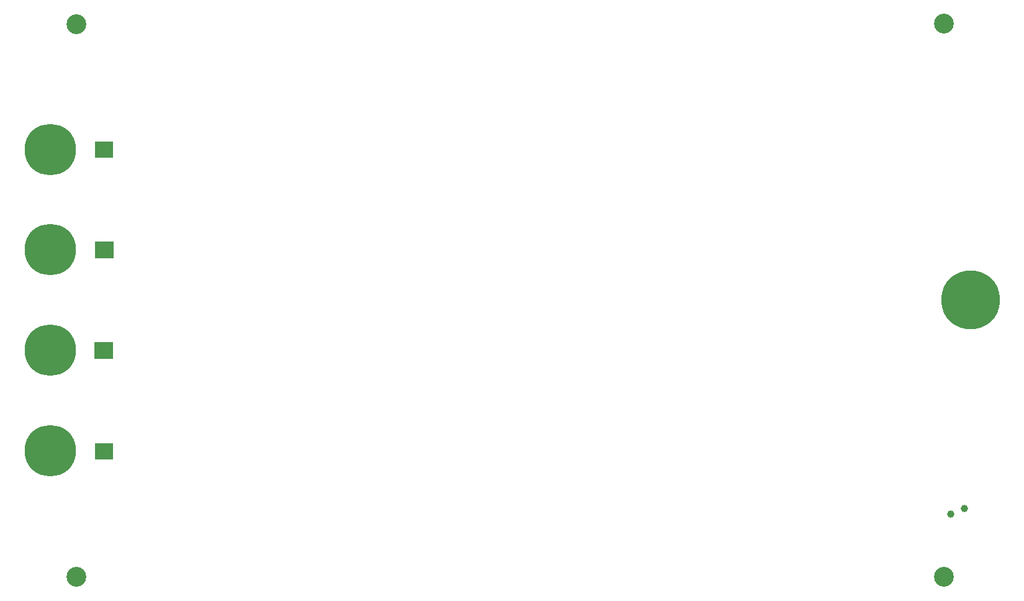
<source format=gbr>
%TF.GenerationSoftware,KiCad,Pcbnew,5.1.9+dfsg1-1~bpo10+1*%
%TF.CreationDate,2021-11-03T11:38:12+01:00*%
%TF.ProjectId,SynthoGame_top,53796e74-686f-4476-916d-655f746f702e,rev?*%
%TF.SameCoordinates,Original*%
%TF.FileFunction,Soldermask,Top*%
%TF.FilePolarity,Negative*%
%FSLAX46Y46*%
G04 Gerber Fmt 4.6, Leading zero omitted, Abs format (unit mm)*
G04 Created by KiCad (PCBNEW 5.1.9+dfsg1-1~bpo10+1) date 2021-11-03 11:38:12*
%MOMM*%
%LPD*%
G01*
G04 APERTURE LIST*
%ADD10C,0.100000*%
%ADD11C,2.700000*%
%ADD12C,1.000000*%
%ADD13C,7.000000*%
%ADD14C,8.000000*%
G04 APERTURE END LIST*
D10*
G36*
X90650000Y-104650000D02*
G01*
X88200000Y-104650000D01*
X88200000Y-102500000D01*
X90650000Y-102500000D01*
X90650000Y-104650000D01*
G37*
X90650000Y-104650000D02*
X88200000Y-104650000D01*
X88200000Y-102500000D01*
X90650000Y-102500000D01*
X90650000Y-104650000D01*
G36*
X90600000Y-90900000D02*
G01*
X88150000Y-90900000D01*
X88150000Y-88750000D01*
X90600000Y-88750000D01*
X90600000Y-90900000D01*
G37*
X90600000Y-90900000D02*
X88150000Y-90900000D01*
X88150000Y-88750000D01*
X90600000Y-88750000D01*
X90600000Y-90900000D01*
G36*
X90700000Y-77175000D02*
G01*
X88250000Y-77175000D01*
X88250000Y-75025000D01*
X90700000Y-75025000D01*
X90700000Y-77175000D01*
G37*
X90700000Y-77175000D02*
X88250000Y-77175000D01*
X88250000Y-75025000D01*
X90700000Y-75025000D01*
X90700000Y-77175000D01*
G36*
X90650000Y-63500000D02*
G01*
X88200000Y-63500000D01*
X88200000Y-61350000D01*
X90650000Y-61350000D01*
X90650000Y-63500000D01*
G37*
X90650000Y-63500000D02*
X88200000Y-63500000D01*
X88200000Y-61350000D01*
X90650000Y-61350000D01*
X90650000Y-63500000D01*
D11*
%TO.C,H1*%
X203980000Y-45320000D03*
%TD*%
%TO.C,H2*%
X85700000Y-45330000D03*
%TD*%
%TO.C,H3*%
X85700000Y-120720000D03*
%TD*%
%TO.C,H4*%
X203976000Y-120711800D03*
%TD*%
D12*
%TO.C,TP1*%
X206800000Y-111390000D03*
%TD*%
%TO.C,TP2*%
X204910000Y-112210000D03*
%TD*%
D13*
%TO.C,H5*%
X82110000Y-62430000D03*
%TD*%
%TO.C,H6*%
X82110000Y-76120000D03*
%TD*%
%TO.C,H7*%
X82140000Y-89840000D03*
%TD*%
%TO.C,H8*%
X82140000Y-103530000D03*
%TD*%
D14*
%TO.C,H9*%
X207610000Y-82940000D03*
%TD*%
M02*

</source>
